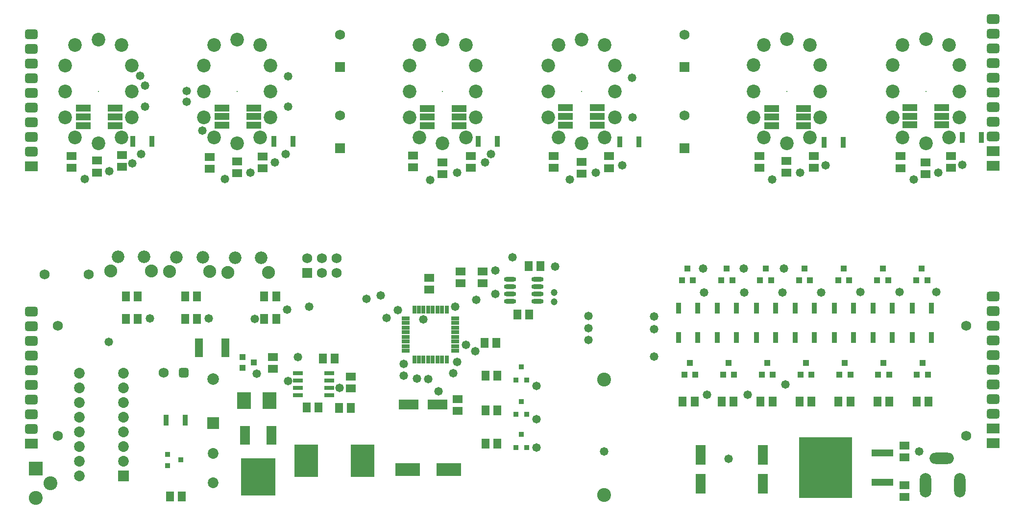
<source format=gts>
G04 Layer_Color=20142*
%FSAX24Y24*%
%MOIN*%
G70*
G01*
G75*
%ADD74O,0.0828X0.0316*%
%ADD75R,0.0671X0.0572*%
%ADD76R,0.0986X0.0474*%
%ADD77R,0.0680X0.0530*%
%ADD78R,0.1360X0.0710*%
%ADD79R,0.0930X0.1160*%
%ADD80R,0.0530X0.0680*%
%ADD81R,0.0572X0.0671*%
%ADD82R,0.2363X0.2521*%
%ADD83R,0.0710X0.1261*%
%ADD84R,0.0336X0.0375*%
%ADD85R,0.0290X0.0580*%
%ADD86R,0.0580X0.0290*%
%ADD87R,0.0395X0.0434*%
%ADD88R,0.0356X0.0730*%
%ADD89R,0.0434X0.0395*%
%ADD90R,0.0710X0.1360*%
%ADD91R,0.3623X0.4155*%
%ADD92R,0.1458X0.0454*%
%ADD93R,0.0375X0.0336*%
%ADD94R,0.1655X0.0867*%
%ADD95R,0.0690X0.0316*%
%ADD96R,0.1596X0.2245*%
%ADD97R,0.0680X0.0680*%
%ADD98C,0.0680*%
%ADD99R,0.0572X0.1261*%
%ADD100C,0.0860*%
%ADD101C,0.0880*%
%ADD102R,0.0880X0.0680*%
G04:AMPARAMS|DCode=103|XSize=68mil|YSize=88mil|CornerRadius=19mil|HoleSize=0mil|Usage=FLASHONLY|Rotation=90.000|XOffset=0mil|YOffset=0mil|HoleType=Round|Shape=RoundedRectangle|*
%AMROUNDEDRECTD103*
21,1,0.0680,0.0500,0,0,90.0*
21,1,0.0300,0.0880,0,0,90.0*
1,1,0.0380,0.0250,0.0150*
1,1,0.0380,0.0250,-0.0150*
1,1,0.0380,-0.0250,-0.0150*
1,1,0.0380,-0.0250,0.0150*
%
%ADD103ROUNDEDRECTD103*%
%ADD104C,0.0946*%
%ADD105O,0.1655X0.0769*%
%ADD106O,0.0780X0.1655*%
%ADD107O,0.0769X0.1655*%
%ADD108C,0.0474*%
%ADD109R,0.0946X0.0946*%
%ADD110C,0.0930*%
%ADD111C,0.0080*%
%ADD112C,0.0730*%
%ADD113R,0.0730X0.0730*%
G04:AMPARAMS|DCode=114|XSize=68mil|YSize=68mil|CornerRadius=19mil|HoleSize=0mil|Usage=FLASHONLY|Rotation=180.000|XOffset=0mil|YOffset=0mil|HoleType=Round|Shape=RoundedRectangle|*
%AMROUNDEDRECTD114*
21,1,0.0680,0.0300,0,0,180.0*
21,1,0.0300,0.0680,0,0,180.0*
1,1,0.0380,-0.0150,0.0150*
1,1,0.0380,0.0150,0.0150*
1,1,0.0380,0.0150,-0.0150*
1,1,0.0380,-0.0150,-0.0150*
%
%ADD114ROUNDEDRECTD114*%
%ADD115C,0.0789*%
%ADD116R,0.0789X0.0789*%
%ADD117C,0.0580*%
D74*
X045020Y024526D02*
D03*
Y025026D02*
D03*
Y025526D02*
D03*
Y026026D02*
D03*
X043169Y024526D02*
D03*
Y025026D02*
D03*
Y025526D02*
D03*
Y026026D02*
D03*
D75*
X026348Y033573D02*
D03*
Y034380D02*
D03*
X024596Y033248D02*
D03*
Y034055D02*
D03*
X022717Y033533D02*
D03*
Y034341D02*
D03*
X037677Y026112D02*
D03*
Y025305D02*
D03*
X027047Y019911D02*
D03*
Y020719D02*
D03*
X041299Y026545D02*
D03*
Y025738D02*
D03*
X039803Y026545D02*
D03*
Y025738D02*
D03*
X032323Y019380D02*
D03*
Y018573D02*
D03*
X013346Y033612D02*
D03*
Y034419D02*
D03*
X015079Y033297D02*
D03*
Y034104D02*
D03*
X016762Y033671D02*
D03*
Y034478D02*
D03*
X040512Y033612D02*
D03*
Y034419D02*
D03*
X038563Y033169D02*
D03*
Y033976D02*
D03*
X036565Y033632D02*
D03*
Y034439D02*
D03*
X046132Y033612D02*
D03*
Y034419D02*
D03*
X048041Y033199D02*
D03*
Y034006D02*
D03*
X049892Y033593D02*
D03*
Y034400D02*
D03*
X060128Y033622D02*
D03*
Y034429D02*
D03*
X061978Y033278D02*
D03*
Y034085D02*
D03*
X063829Y033612D02*
D03*
Y034419D02*
D03*
X069734Y033593D02*
D03*
Y034400D02*
D03*
X071447Y033189D02*
D03*
Y033996D02*
D03*
X073169Y033602D02*
D03*
Y034409D02*
D03*
D76*
X014124Y037677D02*
D03*
X016289D02*
D03*
Y037087D02*
D03*
X014124D02*
D03*
X016289Y036496D02*
D03*
X014124D02*
D03*
X023563Y037697D02*
D03*
X025728D02*
D03*
Y037106D02*
D03*
X023563D02*
D03*
X025728Y036516D02*
D03*
X023563D02*
D03*
X037549Y037657D02*
D03*
X039715D02*
D03*
Y037067D02*
D03*
X037549D02*
D03*
X039715Y036476D02*
D03*
X037549D02*
D03*
X046949Y037707D02*
D03*
X049114D02*
D03*
Y037116D02*
D03*
X046949D02*
D03*
X049114Y036526D02*
D03*
X046949D02*
D03*
X060965Y037657D02*
D03*
X063130D02*
D03*
Y037067D02*
D03*
X060965D02*
D03*
X063130Y036476D02*
D03*
X060965D02*
D03*
X070374Y037717D02*
D03*
X072539D02*
D03*
Y037126D02*
D03*
X070374D02*
D03*
X072539Y036535D02*
D03*
X070374D02*
D03*
D77*
X039606Y017841D02*
D03*
Y017041D02*
D03*
X070000Y011175D02*
D03*
Y011975D02*
D03*
Y014691D02*
D03*
Y013891D02*
D03*
D78*
X036260Y017480D02*
D03*
X038228D02*
D03*
D79*
X026815Y017756D02*
D03*
X025075D02*
D03*
D80*
X041450Y021693D02*
D03*
X042250D02*
D03*
X044455Y023622D02*
D03*
X043655D02*
D03*
X031529Y017244D02*
D03*
X032329D02*
D03*
D81*
X045246Y026929D02*
D03*
X044439D02*
D03*
X026447Y023307D02*
D03*
X027254D02*
D03*
X027254Y024843D02*
D03*
X026447D02*
D03*
X021860D02*
D03*
X021053D02*
D03*
X021860Y023307D02*
D03*
X021053D02*
D03*
X017844Y024843D02*
D03*
X017037D02*
D03*
X017844Y023307D02*
D03*
X017037D02*
D03*
X041486Y014803D02*
D03*
X042293D02*
D03*
X041486Y017087D02*
D03*
X042293D02*
D03*
X041486Y019449D02*
D03*
X042293D02*
D03*
X054911Y017677D02*
D03*
X055718D02*
D03*
X057562D02*
D03*
X058369D02*
D03*
X060213D02*
D03*
X061020D02*
D03*
X062864D02*
D03*
X063671D02*
D03*
X065515D02*
D03*
X066322D02*
D03*
X068166D02*
D03*
X068973D02*
D03*
X070817D02*
D03*
X071624D02*
D03*
X020030Y011220D02*
D03*
X020837D02*
D03*
X030423Y020630D02*
D03*
X031230D02*
D03*
X029321Y017283D02*
D03*
X030128D02*
D03*
D82*
X026024Y012559D02*
D03*
D83*
X025122Y015394D02*
D03*
X026925D02*
D03*
D84*
X043937Y015443D02*
D03*
X044311Y014557D02*
D03*
X043563D02*
D03*
X043937Y017687D02*
D03*
X044311Y016801D02*
D03*
X043563D02*
D03*
X043937Y020049D02*
D03*
X044311Y019163D02*
D03*
X043563D02*
D03*
D85*
X036654Y023934D02*
D03*
X036969D02*
D03*
X037283D02*
D03*
X037598D02*
D03*
X037916D02*
D03*
X038236D02*
D03*
X038546D02*
D03*
X038866D02*
D03*
Y020554D02*
D03*
X038546D02*
D03*
X038236D02*
D03*
X037916D02*
D03*
X037598D02*
D03*
X037283D02*
D03*
X036969D02*
D03*
X036654D02*
D03*
D86*
X039446Y023354D02*
D03*
Y023034D02*
D03*
Y022724D02*
D03*
Y022404D02*
D03*
Y022087D02*
D03*
Y021772D02*
D03*
Y021457D02*
D03*
Y021142D02*
D03*
X036066D02*
D03*
Y021457D02*
D03*
Y021772D02*
D03*
Y022087D02*
D03*
Y022404D02*
D03*
Y022724D02*
D03*
Y023034D02*
D03*
Y023354D02*
D03*
D87*
X055394Y020315D02*
D03*
X055768Y019528D02*
D03*
X055020D02*
D03*
X058032Y020315D02*
D03*
X058406Y019528D02*
D03*
X057657D02*
D03*
X060669Y020315D02*
D03*
X061043Y019528D02*
D03*
X060295D02*
D03*
X063307Y020315D02*
D03*
X063681Y019528D02*
D03*
X062933D02*
D03*
X065945Y020315D02*
D03*
X066319Y019528D02*
D03*
X065571D02*
D03*
X068583Y020315D02*
D03*
X068957Y019528D02*
D03*
X068209D02*
D03*
X071220Y020315D02*
D03*
X071594Y019528D02*
D03*
X070846D02*
D03*
X055236Y026732D02*
D03*
X055610Y025945D02*
D03*
X054862D02*
D03*
X057913Y026732D02*
D03*
X058287Y025945D02*
D03*
X057539D02*
D03*
X060551Y026732D02*
D03*
X060925Y025945D02*
D03*
X060177D02*
D03*
X063209Y026732D02*
D03*
X063583Y025945D02*
D03*
X062835D02*
D03*
X065866Y026732D02*
D03*
X066240Y025945D02*
D03*
X065492D02*
D03*
X068524Y026732D02*
D03*
X068898Y025945D02*
D03*
X068150D02*
D03*
X071181Y026732D02*
D03*
X071555Y025945D02*
D03*
X070807D02*
D03*
D88*
X054626Y022047D02*
D03*
X055925D02*
D03*
X057277D02*
D03*
X058576D02*
D03*
X059928D02*
D03*
X061227D02*
D03*
X062579D02*
D03*
X063878D02*
D03*
X065230D02*
D03*
X066529D02*
D03*
X067881D02*
D03*
X069180D02*
D03*
X070531Y022047D02*
D03*
X071831D02*
D03*
X054626Y024055D02*
D03*
X055925D02*
D03*
X057276D02*
D03*
X058576D02*
D03*
X059927D02*
D03*
X061227D02*
D03*
X062578D02*
D03*
X063878D02*
D03*
X065229D02*
D03*
X066528D02*
D03*
X067880D02*
D03*
X069179D02*
D03*
X019783Y016417D02*
D03*
X021083D02*
D03*
X017500Y035404D02*
D03*
X018799D02*
D03*
X027087Y035413D02*
D03*
X028386D02*
D03*
X041014Y035404D02*
D03*
X042313D02*
D03*
X050640Y035374D02*
D03*
X051939D02*
D03*
X064518Y035354D02*
D03*
X065817D02*
D03*
X073917Y035679D02*
D03*
X075217D02*
D03*
X070532Y024055D02*
D03*
X071831D02*
D03*
D89*
X025748Y020354D02*
D03*
X024961Y019980D02*
D03*
Y020728D02*
D03*
D90*
X060354Y014055D02*
D03*
Y012087D02*
D03*
X056142D02*
D03*
Y014055D02*
D03*
D91*
X064646Y013189D02*
D03*
D92*
X068484Y014189D02*
D03*
Y012189D02*
D03*
D93*
X020758Y013701D02*
D03*
X019872Y013327D02*
D03*
Y014075D02*
D03*
D94*
X038996Y013032D02*
D03*
X036201D02*
D03*
D95*
X028740Y019608D02*
D03*
Y019108D02*
D03*
Y018608D02*
D03*
Y018108D02*
D03*
X030866D02*
D03*
Y018608D02*
D03*
Y019108D02*
D03*
Y019608D02*
D03*
D96*
X033130Y013661D02*
D03*
X029311D02*
D03*
D97*
X029370Y026457D02*
D03*
X031594Y034961D02*
D03*
Y040472D02*
D03*
X055020Y034961D02*
D03*
Y040472D02*
D03*
D98*
X029370Y027457D02*
D03*
X030370Y026457D02*
D03*
Y027457D02*
D03*
X031370Y026457D02*
D03*
Y027457D02*
D03*
X074213Y022835D02*
D03*
Y015354D02*
D03*
X012402D02*
D03*
Y022835D02*
D03*
X031594Y037165D02*
D03*
X011496Y026339D02*
D03*
X014488D02*
D03*
X019587Y019646D02*
D03*
X031594Y042677D02*
D03*
X055020Y037165D02*
D03*
Y042677D02*
D03*
D99*
X023813Y021339D02*
D03*
X021993D02*
D03*
D100*
X026230Y027480D02*
D03*
X024458D02*
D03*
X022254Y027519D02*
D03*
X020482D02*
D03*
X018277Y027558D02*
D03*
X016506D02*
D03*
D101*
X026722Y026495D02*
D03*
X023966D02*
D03*
X022746Y026535D02*
D03*
X019990D02*
D03*
X018770Y026574D02*
D03*
X016014D02*
D03*
D102*
X076024Y033744D02*
D03*
X010591Y033720D02*
D03*
X076024Y015846D02*
D03*
X010591Y014823D02*
D03*
X076024Y014846D02*
D03*
X076024Y034744D02*
D03*
D103*
X010591Y040720D02*
D03*
Y039720D02*
D03*
Y038720D02*
D03*
Y037720D02*
D03*
Y036720D02*
D03*
Y035720D02*
D03*
Y034720D02*
D03*
Y041720D02*
D03*
Y042720D02*
D03*
X076024Y022846D02*
D03*
Y021846D02*
D03*
Y020846D02*
D03*
Y019846D02*
D03*
Y018846D02*
D03*
Y017846D02*
D03*
Y016846D02*
D03*
Y023846D02*
D03*
Y024846D02*
D03*
X010591Y021823D02*
D03*
Y020823D02*
D03*
Y019823D02*
D03*
Y018823D02*
D03*
Y017823D02*
D03*
Y016823D02*
D03*
Y015823D02*
D03*
Y022823D02*
D03*
Y023823D02*
D03*
X076024Y041744D02*
D03*
Y040744D02*
D03*
Y039744D02*
D03*
Y038744D02*
D03*
Y037744D02*
D03*
Y036744D02*
D03*
Y035744D02*
D03*
Y042744D02*
D03*
Y043744D02*
D03*
D104*
X049567Y019173D02*
D03*
Y011299D02*
D03*
X010906Y011126D02*
D03*
X011906Y012126D02*
D03*
D105*
X072520Y013819D02*
D03*
D106*
X071417Y011968D02*
D03*
D107*
X073780D02*
D03*
D108*
X046181Y024488D02*
D03*
Y025118D02*
D03*
D109*
X010906Y013126D02*
D03*
D110*
X049606Y035669D02*
D03*
X050295Y037047D02*
D03*
Y038819D02*
D03*
Y040591D02*
D03*
X049606Y041969D02*
D03*
X048032Y042362D02*
D03*
X046457Y041969D02*
D03*
X045768Y040591D02*
D03*
Y038819D02*
D03*
Y037047D02*
D03*
X046457Y035669D02*
D03*
X048032Y035276D02*
D03*
X063583Y035679D02*
D03*
X064272Y037057D02*
D03*
Y038829D02*
D03*
Y040600D02*
D03*
X063583Y041978D02*
D03*
X062008Y042372D02*
D03*
X060433Y041978D02*
D03*
X059744Y040600D02*
D03*
Y038829D02*
D03*
Y037057D02*
D03*
X060433Y035679D02*
D03*
X062008Y035285D02*
D03*
X073032Y035679D02*
D03*
X073720Y037057D02*
D03*
Y038829D02*
D03*
Y040600D02*
D03*
X073032Y041978D02*
D03*
X071457Y042372D02*
D03*
X069882Y041978D02*
D03*
X069193Y040600D02*
D03*
Y038829D02*
D03*
Y037057D02*
D03*
X069882Y035679D02*
D03*
X071457Y035285D02*
D03*
X016732Y035669D02*
D03*
X017421Y037047D02*
D03*
Y038819D02*
D03*
Y040591D02*
D03*
X016732Y041969D02*
D03*
X015157Y042362D02*
D03*
X013583Y041969D02*
D03*
X012894Y040591D02*
D03*
Y038819D02*
D03*
Y037047D02*
D03*
X013583Y035669D02*
D03*
X015157Y035276D02*
D03*
X026181Y035669D02*
D03*
X026870Y037047D02*
D03*
Y038819D02*
D03*
Y040591D02*
D03*
X026181Y041969D02*
D03*
X024606Y042362D02*
D03*
X023032Y041969D02*
D03*
X022343Y040591D02*
D03*
Y038819D02*
D03*
Y037047D02*
D03*
X023032Y035669D02*
D03*
X024606Y035276D02*
D03*
X040157Y035669D02*
D03*
X040846Y037047D02*
D03*
Y038819D02*
D03*
Y040591D02*
D03*
X040157Y041969D02*
D03*
X038583Y042362D02*
D03*
X037008Y041969D02*
D03*
X036319Y040591D02*
D03*
Y038819D02*
D03*
Y037047D02*
D03*
X037008Y035669D02*
D03*
X038583Y035276D02*
D03*
D111*
X048032Y038819D02*
D03*
X062008Y038829D02*
D03*
X071457D02*
D03*
X015157Y038819D02*
D03*
X024606D02*
D03*
X038583D02*
D03*
D112*
X013854Y012602D02*
D03*
Y013602D02*
D03*
X016854D02*
D03*
Y014602D02*
D03*
Y015602D02*
D03*
Y016602D02*
D03*
Y017602D02*
D03*
Y018602D02*
D03*
X013854Y014602D02*
D03*
Y015602D02*
D03*
Y016602D02*
D03*
Y017602D02*
D03*
Y018602D02*
D03*
Y019602D02*
D03*
X016854D02*
D03*
X022953Y014150D02*
D03*
Y012150D02*
D03*
D113*
X016854Y012602D02*
D03*
D114*
X020965Y019646D02*
D03*
D115*
X022953Y019217D02*
D03*
D116*
Y016217D02*
D03*
D117*
X021161Y038120D02*
D03*
X021182Y038850D02*
D03*
X018337Y037785D02*
D03*
Y039222D02*
D03*
X041870Y034547D02*
D03*
X018071D02*
D03*
X022234Y036132D02*
D03*
X018002Y039882D02*
D03*
X027175Y033986D02*
D03*
X025502Y033268D02*
D03*
X023770Y032835D02*
D03*
X014232Y032844D02*
D03*
X015886Y033386D02*
D03*
X017480Y033917D02*
D03*
X035541Y023907D02*
D03*
X048494Y023504D02*
D03*
Y022697D02*
D03*
X048504Y021880D02*
D03*
X061890Y018858D02*
D03*
X052953Y023465D02*
D03*
Y022598D02*
D03*
X035945Y020236D02*
D03*
X036850Y019252D02*
D03*
X037598Y019213D02*
D03*
X037283Y023268D02*
D03*
X040866Y024606D02*
D03*
X039449Y024134D02*
D03*
X031577Y018608D02*
D03*
X059331Y018150D02*
D03*
X056575D02*
D03*
X061811Y026732D02*
D03*
X059055D02*
D03*
X056299D02*
D03*
X044961Y018740D02*
D03*
Y016496D02*
D03*
X044951Y014557D02*
D03*
X042165Y025000D02*
D03*
X070984Y014291D02*
D03*
X058032Y013780D02*
D03*
X038307Y018386D02*
D03*
X028071Y019094D02*
D03*
X025945Y019567D02*
D03*
X028740Y020709D02*
D03*
X042165Y026614D02*
D03*
X039291Y019606D02*
D03*
X040787Y021102D02*
D03*
X039567Y020394D02*
D03*
X029370Y026460D02*
D03*
X030370D02*
D03*
X031370D02*
D03*
Y027460D02*
D03*
X030370D02*
D03*
X043346Y027520D02*
D03*
X029488Y024134D02*
D03*
X035945Y019449D02*
D03*
X046220Y026890D02*
D03*
X027992Y023937D02*
D03*
X025787Y023307D02*
D03*
X022677Y023346D02*
D03*
X018661D02*
D03*
X029370Y027457D02*
D03*
X052953Y020748D02*
D03*
X049567Y014291D02*
D03*
X015866Y021732D02*
D03*
X033386Y024695D02*
D03*
X034380Y024902D02*
D03*
X034783Y023386D02*
D03*
X040167Y021535D02*
D03*
X037746Y032785D02*
D03*
X039557Y033278D02*
D03*
X041476Y033967D02*
D03*
X047234Y032825D02*
D03*
X048996Y033287D02*
D03*
X050787Y033789D02*
D03*
X060994Y032815D02*
D03*
X062894Y033287D02*
D03*
X064646Y033770D02*
D03*
X073917Y033829D02*
D03*
X072313Y033287D02*
D03*
X070630Y032815D02*
D03*
X056378Y025118D02*
D03*
X059087D02*
D03*
X061693D02*
D03*
X064341Y025108D02*
D03*
X072165Y025138D02*
D03*
X069675Y025148D02*
D03*
X066988Y025138D02*
D03*
X028051Y039833D02*
D03*
Y037766D02*
D03*
X051486Y037047D02*
D03*
X051476Y039744D02*
D03*
X027894Y034537D02*
D03*
M02*

</source>
